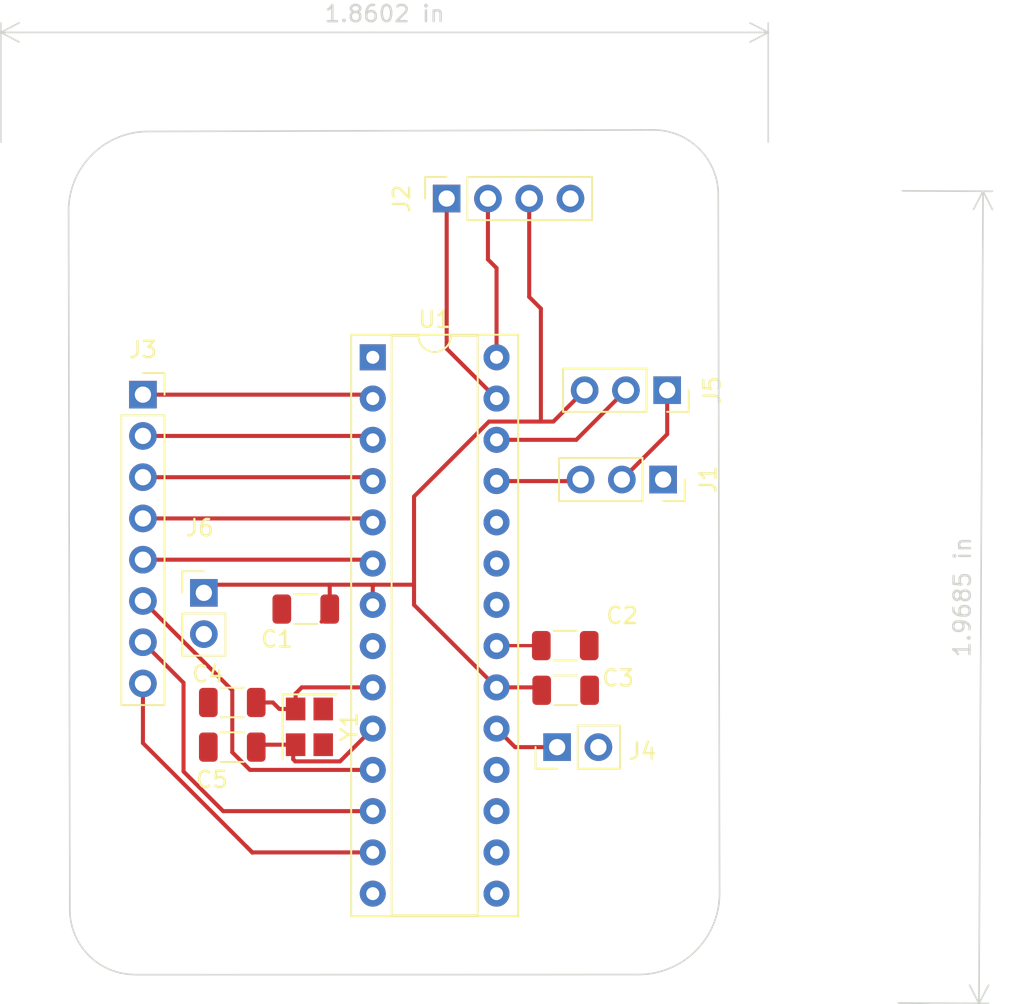
<source format=kicad_pcb>
(kicad_pcb (version 20211014) (generator pcbnew)
  (layers (0 "F.Cu" signal) (31 "B.Cu" signal) (34 "B.Paste" user) (35 "F.Paste" user) (36 "B.SilkS" user "B.Silkscreen") (37 "F.SilkS" user "F.Silkscreen") (38 "B.Mask" user) (39 "F.Mask" user) (44 "Edge.Cuts" user))
  (net 0 "")
  (net 1 "VCC")
  (net 2 "GND")
  (net 3 "Net-(C2-Pad1)")
  (net 4 "Net-(C4-Pad2)")
  (net 5 "Net-(C5-Pad2)")
  (net 6 "Net-(J1-Pad2)")
  (net 7 "Net-(J3-Pad3)")
  (net 8 "Net-(J2-Pad1)")
  (net 9 "Net-(J2-Pad2)")
  (net 10 "Net-(J3-Pad1)")
  (net 11 "Net-(J3-Pad2)")
  (net 12 "Net-(J3-Pad4)")
  (net 13 "Net-(J3-Pad5)")
  (net 14 "Net-(J3-Pad6)")
  (net 15 "Net-(J3-Pad7)")
  (net 16 "Net-(J3-Pad8)")
  (net 21 "Net-(J4-Pad1)")
  (net 24 "Net-(U1-Pad25)")
  (net 25 "Net-(U1-Pad26)")
  (footprint "Connector_PinSocket_2.54mm:PinSocket_1x03_P2.54mm_Vertical" (layer "F.Cu") (at 141.025 87.775 -90)
    (fp_text reference "J1" (at 0 -2.77 90) (layer "F.SilkS"))
    (fp_text value "1x3f Tmp Sens")
    (fp_line (start -1.33 1.27) (end -1.33 6.41) (layer "F.SilkS") (width 0.12))
    (fp_line (start 0 -1.33) (end 1.33 -1.33) (layer "F.SilkS") (width 0.12))
    (fp_line (start 1.33 -1.33) (end 1.33 0) (layer "F.SilkS") (width 0.12))
    (fp_line (start 1.33 1.27) (end 1.33 6.41) (layer "F.SilkS") (width 0.12))
    (fp_line (start -1.33 1.27) (end 1.33 1.27) (layer "F.SilkS") (width 0.12))
    (fp_line (start -1.33 6.41) (end 1.33 6.41) (layer "F.SilkS") (width 0.12))
    (pad "1" thru_hole rect (at 0 0 270) (size 1.7 1.7) (drill 1) (layers *.Cu *.Mask) (net 2 "GND"))
    (pad "2" thru_hole oval (at 0 2.54 270) (size 1.7 1.7) (drill 1) (layers *.Cu *.Mask) (net 6 "Net-(J1-Pad2)"))
    (pad "3" thru_hole oval (at 0 5.08 270) (size 1.7 1.7) (drill 1) (layers *.Cu *.Mask) (net 24 "Net-(U1-Pad25)"))
  )
  (footprint "Connector_PinHeader_2.54mm:PinHeader_1x02_P2.54mm_Vertical" (layer "F.Cu") (at 112.75 94.75)
    (fp_text reference "J6" (at -0.25 -4) (layer "F.SilkS"))
    (fp_text value "1x2F 5V in")
    (fp_line (start -1.33 1.27) (end -1.33 3.87) (layer "F.SilkS") (width 0.12))
    (fp_line (start -1.33 3.87) (end 1.33 3.87) (layer "F.SilkS") (width 0.12))
    (fp_line (start -1.33 0) (end -1.33 -1.33) (layer "F.SilkS") (width 0.12))
    (fp_line (start -1.33 1.27) (end 1.33 1.27) (layer "F.SilkS") (width 0.12))
    (fp_line (start -1.33 -1.33) (end 0 -1.33) (layer "F.SilkS") (width 0.12))
    (fp_line (start 1.33 1.27) (end 1.33 3.87) (layer "F.SilkS") (width 0.12))
    (pad "1" thru_hole rect (at 0 0) (size 1.7 1.7) (drill 1) (layers *.Cu *.Mask) (net 1 "VCC"))
    (pad "2" thru_hole oval (at 0 2.54) (size 1.7 1.7) (drill 1) (layers *.Cu *.Mask) (net 2 "GND"))
  )
  (footprint "Connector_PinSocket_2.54mm:PinSocket_1x04_P2.54mm_Vertical" (layer "F.Cu") (at 127.7 70.475 90)
    (fp_text reference "J2" (at 0 -2.77 90) (layer "F.SilkS"))
    (fp_text value "1x4f Screen")
    (fp_line (start 1.33 -1.33) (end 1.33 0) (layer "F.SilkS") (width 0.12))
    (fp_line (start -1.33 8.95) (end 1.33 8.95) (layer "F.SilkS") (width 0.12))
    (fp_line (start -1.33 1.27) (end 1.33 1.27) (layer "F.SilkS") (width 0.12))
    (fp_line (start -1.33 1.27) (end -1.33 8.95) (layer "F.SilkS") (width 0.12))
    (fp_line (start 1.33 1.27) (end 1.33 8.95) (layer "F.SilkS") (width 0.12))
    (fp_line (start 0 -1.33) (end 1.33 -1.33) (layer "F.SilkS") (width 0.12))
    (pad "1" thru_hole rect (at 0 0 90) (size 1.7 1.7) (drill 1) (layers *.Cu *.Mask) (net 8 "Net-(J2-Pad1)"))
    (pad "2" thru_hole oval (at 0 2.54 90) (size 1.7 1.7) (drill 1) (layers *.Cu *.Mask) (net 9 "Net-(J2-Pad2)"))
    (pad "3" thru_hole oval (at 0 5.08 90) (size 1.7 1.7) (drill 1) (layers *.Cu *.Mask) (net 1 "VCC"))
    (pad "4" thru_hole oval (at 0 7.62 90) (size 1.7 1.7) (drill 1) (layers *.Cu *.Mask) (net 2 "GND"))
  )
  (footprint "Crystal:Crystal_SMD_3225-4Pin_3.2x2.5mm" (layer "F.Cu") (at 119.25 103 -90)
    (fp_text reference "Y1" (at 0 -2.45 90) (layer "F.SilkS"))
    (fp_text value "16MHz")
    (fp_line (start -2 -1.65) (end -2 1.65) (layer "F.SilkS") (width 0.12))
    (fp_line (start -2 1.65) (end 2 1.65) (layer "F.SilkS") (width 0.12))
    (pad "1" smd rect (at -1.1 0.85 270) (size 1.4 1.2) (layers "F.Cu" "F.Paste" "F.Mask") (net 4 "Net-(C4-Pad2)"))
    (pad "2" smd rect (at 1.1 0.85 270) (size 1.4 1.2) (layers "F.Cu" "F.Paste" "F.Mask") (net 5 "Net-(C5-Pad2)"))
    (pad "3" smd rect (at 1.1 -0.85 270) (size 1.4 1.2) (layers "F.Cu" "F.Paste" "F.Mask"))
    (pad "4" smd rect (at -1.1 -0.85 270) (size 1.4 1.2) (layers "F.Cu" "F.Paste" "F.Mask"))
  )
  (footprint "Capacitor_SMD:C_1206_3216Metric" (layer "F.Cu") (at 135.025 100.75 180)
    (fp_text reference "C3" (at -3.225 0.75) (layer "F.SilkS"))
    (fp_text value "0.1uF")
    (fp_line (start -0.711252 -0.91) (end 0.711252 -0.91) (layer "F.SilkS") (width 0.12))
    (fp_line (start -0.711252 0.91) (end 0.711252 0.91) (layer "F.SilkS") (width 0.12))
    (pad "1" smd roundrect (at -1.475 0 180) (size 1.15 1.8) (layers "F.Cu" "F.Paste" "F.Mask") (roundrect_rratio 0.217391) (net 2 "GND"))
    (pad "2" smd roundrect (at 1.475 0 180) (size 1.15 1.8) (layers "F.Cu" "F.Paste" "F.Mask") (roundrect_rratio 0.217391) (net 1 "VCC"))
  )
  (footprint "Package_DIP:DIP-28_W7.62mm_Socket" (layer "F.Cu") (at 123.15 80.25)
    (fp_text reference "U1" (at 3.81 -2.33) (layer "F.SilkS"))
    (fp_text value "ATmega328-P")
    (fp_line (start 1.16 34.35) (end 6.46 34.35) (layer "F.SilkS") (width 0.12))
    (fp_line (start 6.46 -1.33) (end 4.81 -1.33) (layer "F.SilkS") (width 0.12))
    (fp_line (start -1.33 34.41) (end 8.95 34.41) (layer "F.SilkS") (width 0.12))
    (fp_line (start 8.95 34.41) (end 8.95 -1.39) (layer "F.SilkS") (width 0.12))
    (fp_line (start 2.81 -1.33) (end 1.16 -1.33) (layer "F.SilkS") (width 0.12))
    (fp_line (start -1.33 -1.39) (end -1.33 34.41) (layer "F.SilkS") (width 0.12))
    (fp_line (start 1.16 -1.33) (end 1.16 34.35) (layer "F.SilkS") (width 0.12))
    (fp_line (start 8.95 -1.39) (end -1.33 -1.39) (layer "F.SilkS") (width 0.12))
    (fp_line (start 6.46 34.35) (end 6.46 -1.33) (layer "F.SilkS") (width 0.12))
    (fp_arc (start 4.81 -1.33) (mid 3.81 -0.33) (end 2.81 -1.33) (layer "F.SilkS") (width 0.12))
    (pad "1" thru_hole rect (at 0 0) (size 1.6 1.6) (drill 0.8) (layers *.Cu *.Mask))
    (pad "2" thru_hole oval (at 0 2.54) (size 1.6 1.6) (drill 0.8) (layers *.Cu *.Mask) (net 10 "Net-(J3-Pad1)"))
    (pad "3" thru_hole oval (at 0 5.08) (size 1.6 1.6) (drill 0.8) (layers *.Cu *.Mask) (net 11 "Net-(J3-Pad2)"))
    (pad "4" thru_hole oval (at 0 7.62) (size 1.6 1.6) (drill 0.8) (layers *.Cu *.Mask) (net 7 "Net-(J3-Pad3)"))
    (pad "5" thru_hole oval (at 0 10.16) (size 1.6 1.6) (drill 0.8) (layers *.Cu *.Mask) (net 12 "Net-(J3-Pad4)"))
    (pad "6" thru_hole oval (at 0 12.7) (size 1.6 1.6) (drill 0.8) (layers *.Cu *.Mask) (net 13 "Net-(J3-Pad5)"))
    (pad "7" thru_hole oval (at 0 15.24) (size 1.6 1.6) (drill 0.8) (layers *.Cu *.Mask) (net 1 "VCC"))
    (pad "8" thru_hole oval (at 0 17.78) (size 1.6 1.6) (drill 0.8) (layers *.Cu *.Mask) (net 2 "GND"))
    (pad "9" thru_hole oval (at 0 20.32) (size 1.6 1.6) (drill 0.8) (layers *.Cu *.Mask) (net 4 "Net-(C4-Pad2)"))
    (pad "10" thru_hole oval (at 0 22.86) (size 1.6 1.6) (drill 0.8) (layers *.Cu *.Mask) (net 5 "Net-(C5-Pad2)"))
    (pad "11" thru_hole oval (at 0 25.4) (size 1.6 1.6) (drill 0.8) (layers *.Cu *.Mask) (net 14 "Net-(J3-Pad6)"))
    (pad "12" thru_hole oval (at 0 27.94) (size 1.6 1.6) (drill 0.8) (layers *.Cu *.Mask) (net 15 "Net-(J3-Pad7)"))
    (pad "13" thru_hole oval (at 0 30.48) (size 1.6 1.6) (drill 0.8) (layers *.Cu *.Mask) (net 16 "Net-(J3-Pad8)"))
    (pad "14" thru_hole oval (at 0 33.02) (size 1.6 1.6) (drill 0.8) (layers *.Cu *.Mask))
    (pad "15" thru_hole oval (at 7.62 33.02) (size 1.6 1.6) (drill 0.8) (layers *.Cu *.Mask))
    (pad "16" thru_hole oval (at 7.62 30.48) (size 1.6 1.6) (drill 0.8) (layers *.Cu *.Mask))
    (pad "17" thru_hole oval (at 7.62 27.94) (size 1.6 1.6) (drill 0.8) (layers *.Cu *.Mask))
    (pad "18" thru_hole oval (at 7.62 25.4) (size 1.6 1.6) (drill 0.8) (layers *.Cu *.Mask))
    (pad "19" thru_hole oval (at 7.62 22.86) (size 1.6 1.6) (drill 0.8) (layers *.Cu *.Mask) (net 21 "Net-(J4-Pad1)"))
    (pad "20" thru_hole oval (at 7.62 20.32) (size 1.6 1.6) (drill 0.8) (layers *.Cu *.Mask) (net 1 "VCC"))
    (pad "21" thru_hole oval (at 7.62 17.78) (size 1.6 1.6) (drill 0.8) (layers *.Cu *.Mask) (net 3 "Net-(C2-Pad1)"))
    (pad "22" thru_hole oval (at 7.62 15.24) (size 1.6 1.6) (drill 0.8) (layers *.Cu *.Mask) (net 2 "GND"))
    (pad "23" thru_hole oval (at 7.62 12.7) (size 1.6 1.6) (drill 0.8) (layers *.Cu *.Mask))
    (pad "24" thru_hole oval (at 7.62 10.16) (size 1.6 1.6) (drill 0.8) (layers *.Cu *.Mask))
    (pad "25" thru_hole oval (at 7.62 7.62) (size 1.6 1.6) (drill 0.8) (layers *.Cu *.Mask) (net 24 "Net-(U1-Pad25)"))
    (pad "26" thru_hole oval (at 7.62 5.08) (size 1.6 1.6) (drill 0.8) (layers *.Cu *.Mask) (net 25 "Net-(U1-Pad26)"))
    (pad "27" thru_hole oval (at 7.62 2.54) (size 1.6 1.6) (drill 0.8) (layers *.Cu *.Mask) (net 8 "Net-(J2-Pad1)"))
    (pad "28" thru_hole oval (at 7.62 0) (size 1.6 1.6) (drill 0.8) (layers *.Cu *.Mask) (net 9 "Net-(J2-Pad2)"))
  )
  (footprint "Capacitor_SMD:C_1206_3216Metric" (layer "F.Cu") (at 135 98)
    (fp_text reference "C2" (at 3.5 -1.85) (layer "F.SilkS"))
    (fp_text value "0.1uF")
    (fp_line (start -0.711252 -0.91) (end 0.711252 -0.91) (layer "F.SilkS") (width 0.12))
    (fp_line (start -0.711252 0.91) (end 0.711252 0.91) (layer "F.SilkS") (width 0.12))
    (pad "1" smd roundrect (at -1.475 0) (size 1.15 1.8) (layers "F.Cu" "F.Paste" "F.Mask") (roundrect_rratio 0.217391) (net 3 "Net-(C2-Pad1)"))
    (pad "2" smd roundrect (at 1.475 0) (size 1.15 1.8) (layers "F.Cu" "F.Paste" "F.Mask") (roundrect_rratio 0.217391) (net 2 "GND"))
  )
  (footprint "Capacitor_SMD:C_1206_3216Metric" (layer "F.Cu") (at 114.5 101.5)
    (fp_text reference "C4" (at -1.5 -1.75) (layer "F.SilkS"))
    (fp_text value "22pF")
    (fp_line (start -0.711252 -0.91) (end 0.711252 -0.91) (layer "F.SilkS") (width 0.12))
    (fp_line (start -0.711252 0.91) (end 0.711252 0.91) (layer "F.SilkS") (width 0.12))
    (pad "1" smd roundrect (at -1.475 0) (size 1.15 1.8) (layers "F.Cu" "F.Paste" "F.Mask") (roundrect_rratio 0.217391) (net 2 "GND"))
    (pad "2" smd roundrect (at 1.475 0) (size 1.15 1.8) (layers "F.Cu" "F.Paste" "F.Mask") (roundrect_rratio 0.217391) (net 4 "Net-(C4-Pad2)"))
  )
  (footprint "Connector_PinSocket_2.54mm:PinSocket_1x03_P2.54mm_Vertical" (layer "F.Cu") (at 141.275 82.275 -90)
    (fp_text reference "J5" (at 0 -2.77 90) (layer "F.SilkS"))
    (fp_text value "1x3f tmp switch")
    (fp_line (start 1.33 1.27) (end 1.33 6.41) (layer "F.SilkS") (width 0.12))
    (fp_line (start 0 -1.33) (end 1.33 -1.33) (layer "F.SilkS") (width 0.12))
    (fp_line (start -1.33 6.41) (end 1.33 6.41) (layer "F.SilkS") (width 0.12))
    (fp_line (start -1.33 1.27) (end 1.33 1.27) (layer "F.SilkS") (width 0.12))
    (fp_line (start -1.33 1.27) (end -1.33 6.41) (layer "F.SilkS") (width 0.12))
    (fp_line (start 1.33 -1.33) (end 1.33 0) (layer "F.SilkS") (width 0.12))
    (pad "1" thru_hole rect (at 0 0 270) (size 1.7 1.7) (drill 1) (layers *.Cu *.Mask) (net 6 "Net-(J1-Pad2)"))
    (pad "2" thru_hole oval (at 0 2.54 270) (size 1.7 1.7) (drill 1) (layers *.Cu *.Mask) (net 25 "Net-(U1-Pad26)"))
    (pad "3" thru_hole oval (at 0 5.08 270) (size 1.7 1.7) (drill 1) (layers *.Cu *.Mask) (net 1 "VCC"))
  )
  (footprint "Connector_PinHeader_2.54mm:PinHeader_1x02_P2.54mm_Vertical" (layer "F.Cu") (at 134.5 104.25 90)
    (fp_text reference "J4" (at -0.25 5.25 180) (layer "F.SilkS"))
    (fp_text value "1x2f LED")
    (fp_line (start 1.33 1.27) (end 1.33 3.87) (layer "F.SilkS") (width 0.12))
    (fp_line (start -1.33 1.27) (end 1.33 1.27) (layer "F.SilkS") (width 0.12))
    (fp_line (start -1.33 3.87) (end 1.33 3.87) (layer "F.SilkS") (width 0.12))
    (fp_line (start -1.33 0) (end -1.33 -1.33) (layer "F.SilkS") (width 0.12))
    (fp_line (start -1.33 1.27) (end -1.33 3.87) (layer "F.SilkS") (width 0.12))
    (fp_line (start -1.33 -1.33) (end 0 -1.33) (layer "F.SilkS") (width 0.12))
    (pad "1" thru_hole rect (at 0 0 90) (size 1.7 1.7) (drill 1) (layers *.Cu *.Mask) (net 21 "Net-(J4-Pad1)"))
    (pad "2" thru_hole oval (at 0 2.54 90) (size 1.7 1.7) (drill 1) (layers *.Cu *.Mask) (net 2 "GND"))
  )
  (footprint "Connector_PinSocket_2.54mm:PinSocket_1x08_P2.54mm_Vertical" (layer "F.Cu") (at 109 82.55)
    (fp_text reference "J3" (at 0 -2.77) (layer "F.SilkS"))
    (fp_text value "1x8f Digital Pin Headers")
    (fp_line (start 1.33 -1.33) (end 1.33 0) (layer "F.SilkS") (width 0.12))
    (fp_line (start -1.33 1.27) (end 1.33 1.27) (layer "F.SilkS") (width 0.12))
    (fp_line (start 0 -1.33) (end 1.33 -1.33) (layer "F.SilkS") (width 0.12))
    (fp_line (start 1.33 1.27) (end 1.33 19.11) (layer "F.SilkS") (width 0.12))
    (fp_line (start -1.33 1.27) (end -1.33 19.11) (layer "F.SilkS") (width 0.12))
    (fp_line (start -1.33 19.11) (end 1.33 19.11) (layer "F.SilkS") (width 0.12))
    (pad "1" thru_hole rect (at 0 0) (size 1.7 1.7) (drill 1) (layers *.Cu *.Mask) (net 10 "Net-(J3-Pad1)"))
    (pad "2" thru_hole oval (at 0 2.54) (size 1.7 1.7) (drill 1) (layers *.Cu *.Mask) (net 11 "Net-(J3-Pad2)"))
    (pad "3" thru_hole oval (at 0 5.08) (size 1.7 1.7) (drill 1) (layers *.Cu *.Mask) (net 7 "Net-(J3-Pad3)"))
    (pad "4" thru_hole oval (at 0 7.62) (size 1.7 1.7) (drill 1) (layers *.Cu *.Mask) (net 12 "Net-(J3-Pad4)"))
    (pad "5" thru_hole oval (at 0 10.16) (size 1.7 1.7) (drill 1) (layers *.Cu *.Mask) (net 13 "Net-(J3-Pad5)"))
    (pad "6" thru_hole oval (at 0 12.7) (size 1.7 1.7) (drill 1) (layers *.Cu *.Mask) (net 14 "Net-(J3-Pad6)"))
    (pad "7" thru_hole oval (at 0 15.24) (size 1.7 1.7) (drill 1) (layers *.Cu *.Mask) (net 15 "Net-(J3-Pad7)"))
    (pad "8" thru_hole oval (at 0 17.78) (size 1.7 1.7) (drill 1) (layers *.Cu *.Mask) (net 16 "Net-(J3-Pad8)"))
  )
  (footprint "Capacitor_SMD:C_1206_3216Metric" (layer "F.Cu") (at 114.5 104.25)
    (fp_text reference "C5" (at -1.25 2) (layer "F.SilkS"))
    (fp_text value "22pF")
    (fp_line (start -0.711252 0.91) (end 0.711252 0.91) (layer "F.SilkS") (width 0.12))
    (fp_line (start -0.711252 -0.91) (end 0.711252 -0.91) (layer "F.SilkS") (width 0.12))
    (pad "1" smd roundrect (at -1.475 0) (size 1.15 1.8) (layers "F.Cu" "F.Paste" "F.Mask") (roundrect_rratio 0.217391) (net 2 "GND"))
    (pad "2" smd roundrect (at 1.475 0) (size 1.15 1.8) (layers "F.Cu" "F.Paste" "F.Mask") (roundrect_rratio 0.217391) (net 5 "Net-(C5-Pad2)"))
  )
  (footprint "Capacitor_SMD:C_1206_3216Metric" (layer "F.Cu") (at 119.025 95.75 180)
    (fp_text reference "C1" (at 1.775 -1.85) (layer "F.SilkS"))
    (fp_text value "0.1uF")
    (fp_line (start -0.711252 -0.91) (end 0.711252 -0.91) (layer "F.SilkS") (width 0.12))
    (fp_line (start -0.711252 0.91) (end 0.711252 0.91) (layer "F.SilkS") (width 0.12))
    (pad "1" smd roundrect (at -1.475 0 180) (size 1.15 1.8) (layers "F.Cu" "F.Paste" "F.Mask") (roundrect_rratio 0.217391) (net 1 "VCC"))
    (pad "2" smd roundrect (at 1.475 0 180) (size 1.15 1.8) (layers "F.Cu" "F.Paste" "F.Mask") (roundrect_rratio 0.217391) (net 2 "GND"))
  )
  (gr_line (start 131 98) (end 133.75 98) (layer "F.Cu") (width 0.2))
  (gr_line (start 144.421573 70.25) (end 144.5 113.25) (layer "Edge.Cuts") (width 0.1))
  (gr_line (start 109.421573 66.347097) (end 140.421573 66.25) (layer "Edge.Cuts") (width 0.1))
  (gr_line (start 139.5 118.25) (end 108.5 118.258884) (layer "Edge.Cuts") (width 0.1))
  (gr_arc (start 104.421573 71.25) (mid 105.892043 67.748643) (end 109.421573 66.347097) (layer "Edge.Cuts") (width 0.1))
  (gr_line (start 104.5 114.25) (end 104.421573 71.25) (layer "Edge.Cuts") (width 0.1))
  (gr_arc (start 108.5 118.25) (mid 105.671573 117.078427) (end 104.5 114.25) (layer "Edge.Cuts") (width 0.1))
  (gr_arc (start 144.5 113.25) (mid 143.035534 116.785534) (end 139.5 118.25) (layer "Edge.Cuts") (width 0.1))
  (gr_arc (start 140.421573 66.25) (mid 143.25 67.421573) (end 144.421573 70.25) (layer "Edge.Cuts") (width 0.1))
  (dimension (type aligned) (layer "Edge.Cuts") (pts (xy 155.25 70) (xy 155 120)) (height -5.471181) (gr_text "1.9685 in" (at 159.446127 95.021606 89.71352349) (layer "Edge.Cuts") (effects (font (size 1 1) (thickness 0.15)))) (format (units 0) (units_format 1) (precision 4)) (style (thickness 0.1) (arrow_length 1.27) (text_position_mode 0) (extension_height 0.58642) (extension_offset 0.5) keep_text_aligned))
  (dimension (type aligned) (layer "Edge.Cuts") (pts (xy 100.25 67.5) (xy 147.5 67.5)) (height -7.25) (gr_text "1.8602 in" (at 123.875 59.1) (layer "Edge.Cuts") (effects (font (size 1 1) (thickness 0.15)))) (format (units 0) (units_format 1) (precision 4)) (style (thickness 0.1) (arrow_length 1.27) (text_position_mode 0) (extension_height 0.58642) (extension_offset 0.5) keep_text_aligned))
  (segment (start 123.25 94.25) (end 123.15 94.35) (width 0.25) (layer "F.Cu") (net 1))
  (segment (start 132.78 70.475) (end 132.78 76.53) (width 0.25) (layer "F.Cu") (net 1))
  (segment (start 133.5 77.25) (end 133.5 84.16) (width 0.25) (layer "F.Cu") (net 1))
  (segment (start 123.15 94.35) (end 123.15 95.49) (width 0.25) (layer "F.Cu") (net 1))
  (segment (start 125.69 95.49) (end 130.77 100.57) (width 0.25) (layer "F.Cu") (net 1))
  (segment (start 123.25 94.25) (end 125.63 94.25) (width 0.25) (layer "F.Cu") (net 1))
  (segment (start 125.63 94.25) (end 125.69 94.31) (width 0.25) (layer "F.Cu") (net 1))
  (segment (start 112.75 94.75) (end 113.25 94.25) (width 0.25) (layer "F.Cu") (net 1))
  (segment (start 133.455 84.205) (end 134.265 84.205) (width 0.25) (layer "F.Cu") (net 1))
  (segment (start 120.5 94.25) (end 123.25 94.25) (width 0.25) (layer "F.Cu") (net 1))
  (segment (start 130.77 100.57) (end 133.37 100.57) (width 0.25) (layer "F.Cu") (net 1))
  (segment (start 133.37 100.57) (end 133.55 100.75) (width 0.25) (layer "F.Cu") (net 1))
  (segment (start 130.304009 84.205) (end 133.455 84.205) (width 0.25) (layer "F.Cu") (net 1))
  (segment (start 120.01 96.515) (end 120 96.525) (width 0.25) (layer "F.Cu") (net 1))
  (segment (start 120.5 94.25) (end 120.5 95.75) (width 0.25) (layer "F.Cu") (net 1))
  (segment (start 134.265 84.205) (end 136.195 82.275) (width 0.25) (layer "F.Cu") (net 1))
  (segment (start 133.5 84.16) (end 133.455 84.205) (width 0.25) (layer "F.Cu") (net 1))
  (segment (start 125.69 95.49) (end 125.69 94.31) (width 0.25) (layer "F.Cu") (net 1))
  (segment (start 132.78 76.53) (end 133.5 77.25) (width 0.25) (layer "F.Cu") (net 1))
  (segment (start 125.69 88.819009) (end 130.304009 84.205) (width 0.25) (layer "F.Cu") (net 1))
  (segment (start 125.69 94.31) (end 125.69 94.06) (width 0.25) (layer "F.Cu") (net 1))
  (segment (start 125.69 94.06) (end 125.69 88.819009) (width 0.25) (layer "F.Cu") (net 1))
  (segment (start 113.25 94.25) (end 120.5 94.25) (width 0.25) (layer "F.Cu") (net 1))
  (segment (start 118.78 100.57) (end 118.4 100.95) (width 0.25) (layer "F.Cu") (net 4))
  (segment (start 117 101.5) (end 115.975 101.5) (width 0.25) (layer "F.Cu") (net 4))
  (segment (start 118.4 101.9) (end 117.4 101.9) (width 0.25) (layer "F.Cu") (net 4))
  (segment (start 117.4 101.9) (end 117 101.5) (width 0.25) (layer "F.Cu") (net 4))
  (segment (start 123.15 100.57) (end 118.78 100.57) (width 0.25) (layer "F.Cu") (net 4))
  (segment (start 118.4 100.95) (end 118.4 101.9) (width 0.25) (layer "F.Cu") (net 4))
  (segment (start 118.4 104.1) (end 116.125 104.1) (width 0.25) (layer "F.Cu") (net 5))
  (segment (start 118.25 105) (end 118.25 104.25) (width 0.25) (layer "F.Cu") (net 5))
  (segment (start 116.125 104.1) (end 115.975 104.25) (width 0.25) (layer "F.Cu") (net 5))
  (segment (start 118.25 104.25) (end 118.4 104.1) (width 0.25) (layer "F.Cu") (net 5))
  (segment (start 118.375 105.125) (end 118.25 105) (width 0.25) (layer "F.Cu") (net 5))
  (segment (start 121.135 105.125) (end 118.375 105.125) (width 0.25) (layer "F.Cu") (net 5))
  (segment (start 123.15 103.11) (end 121.135 105.125) (width 0.25) (layer "F.Cu") (net 5))
  (segment (start 141.275 84.985) (end 138.485 87.775) (width 0.25) (layer "F.Cu") (net 6))
  (segment (start 141.275 82.275) (end 141.275 84.985) (width 0.25) (layer "F.Cu") (net 6))
  (segment (start 109 87.63) (end 122.91 87.63) (width 0.25) (layer "F.Cu") (net 7))
  (segment (start 122.91 87.63) (end 123.15 87.87) (width 0.25) (layer "F.Cu") (net 7))
  (segment (start 127.7 70.475) (end 127.7 79.72) (width 0.25) (layer "F.Cu") (net 8))
  (segment (start 127.7 79.72) (end 130.77 82.79) (width 0.25) (layer "F.Cu") (net 8))
  (segment (start 130.77 74.755) (end 130.24 74.225) (width 0.25) (layer "F.Cu") (net 9))
  (segment (start 130.77 80.25) (end 130.77 74.755) (width 0.25) (layer "F.Cu") (net 9))
  (segment (start 130.24 70.475) (end 130.24 74.225) (width 0.25) (layer "F.Cu") (net 9))
  (segment (start 122.91 82.55) (end 123.15 82.79) (width 0.25) (layer "F.Cu") (net 10))
  (segment (start 109 82.55) (end 122.91 82.55) (width 0.25) (layer "F.Cu") (net 10))
  (segment (start 122.91 85.09) (end 123.15 85.33) (width 0.25) (layer "F.Cu") (net 11))
  (segment (start 109 85.09) (end 122.91 85.09) (width 0.25) (layer "F.Cu") (net 11))
  (segment (start 109 90.17) (end 122.91 90.17) (width 0.25) (layer "F.Cu") (net 12))
  (segment (start 122.91 90.17) (end 123.15 90.41) (width 0.25) (layer "F.Cu") (net 12))
  (segment (start 122.91 92.71) (end 123.15 92.95) (width 0.25) (layer "F.Cu") (net 13))
  (segment (start 109 92.71) (end 122.91 92.71) (width 0.25) (layer "F.Cu") (net 13))
  (segment (start 109 95.25) (end 114.5 100.75) (width 0.25) (layer "F.Cu") (net 14))
  (segment (start 114.5 104.563173) (end 115.586827 105.65) (width 0.25) (layer "F.Cu") (net 14))
  (segment (start 115.586827 105.65) (end 123.15 105.65) (width 0.25) (layer "F.Cu") (net 14))
  (segment (start 114.5 100.75) (end 114.5 104.563173) (width 0.25) (layer "F.Cu") (net 14))
  (segment (start 109 97.79) (end 111.5 100.29) (width 0.25) (layer "F.Cu") (net 15))
  (segment (start 111.5 100.29) (end 111.5 105.75) (width 0.25) (layer "F.Cu") (net 15))
  (segment (start 113.94 108.19) (end 123.15 108.19) (width 0.25) (layer "F.Cu") (net 15))
  (segment (start 111.5 105.75) (end 113.94 108.19) (width 0.25) (layer "F.Cu") (net 15))
  (segment (start 109 104) (end 115.375 110.375) (width 0.25) (layer "F.Cu") (net 16))
  (segment (start 123.15 110.73) (end 115.73 110.73) (width 0.25) (layer "F.Cu") (net 16))
  (segment (start 115.375 110.375) (end 115.75 110.75) (width 0.25) (layer "F.Cu") (net 16))
  (segment (start 115.73 110.73) (end 115.375 110.375) (width 0.25) (layer "F.Cu") (net 16))
  (segment (start 109 100.33) (end 109 104) (width 0.25) (layer "F.Cu") (net 16))
  (segment (start 130.77 103.11) (end 131.91 104.25) (width 0.25) (layer "F.Cu") (net 21))
  (segment (start 131.91 104.25) (end 134.5 104.25) (width 0.25) (layer "F.Cu") (net 21))
  (segment (start 130.77 103.11) (end 131.11 103.11) (width 0.25) (layer "F.Cu") (net 21))
  (segment (start 130.77 87.87) (end 135.85 87.87) (width 0.25) (layer "F.Cu") (net 24))
  (segment (start 135.85 87.87) (end 135.945 87.775) (width 0.25) (layer "F.Cu") (net 24))
  (segment (start 135.68 85.33) (end 138.735 82.275) (width 0.25) (layer "F.Cu") (net 25))
  (segment (start 130.77 85.33) (end 135.68 85.33) (width 0.25) (layer "F.Cu") (net 25))
)
</source>
